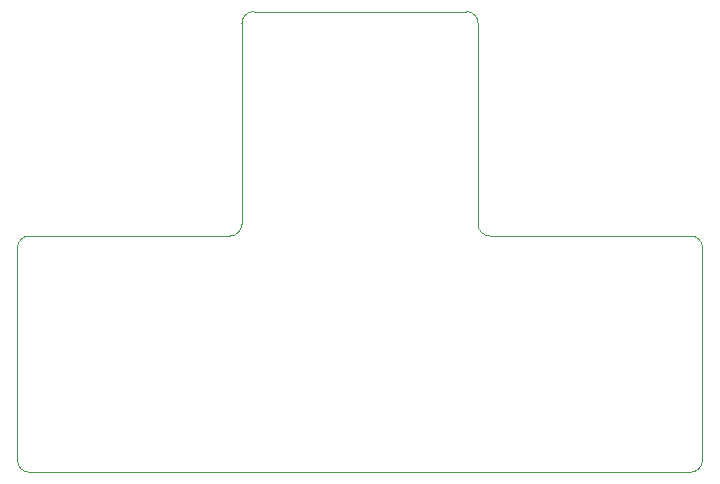
<source format=gm1>
G04 #@! TF.GenerationSoftware,KiCad,Pcbnew,(5.1.10)-1*
G04 #@! TF.CreationDate,2022-01-11T02:43:02-06:00*
G04 #@! TF.ProjectId,arrow,6172726f-772e-46b6-9963-61645f706362,rev?*
G04 #@! TF.SameCoordinates,Original*
G04 #@! TF.FileFunction,Profile,NP*
%FSLAX46Y46*%
G04 Gerber Fmt 4.6, Leading zero omitted, Abs format (unit mm)*
G04 Created by KiCad (PCBNEW (5.1.10)-1) date 2022-01-11 02:43:02*
%MOMM*%
%LPD*%
G01*
G04 APERTURE LIST*
G04 #@! TA.AperFunction,Profile*
%ADD10C,0.050000*%
G04 #@! TD*
G04 APERTURE END LIST*
D10*
X228500000Y-120500000D02*
G75*
G02*
X229500000Y-121500000I0J-1000000D01*
G01*
X209500000Y-121500000D02*
G75*
G02*
X210500000Y-120500000I1000000J0D01*
G01*
X191500000Y-159500000D02*
G75*
G02*
X190500000Y-158500000I0J1000000D01*
G01*
X190500000Y-140500000D02*
G75*
G02*
X191500000Y-139500000I1000000J0D01*
G01*
X209500000Y-138500000D02*
G75*
G02*
X208500000Y-139500000I-1000000J0D01*
G01*
X230500000Y-139500000D02*
G75*
G02*
X229500000Y-138500000I0J1000000D01*
G01*
X248500000Y-158500000D02*
G75*
G02*
X247500000Y-159500000I-1000000J0D01*
G01*
X247500000Y-139500000D02*
G75*
G02*
X248500000Y-140500000I0J-1000000D01*
G01*
X228500000Y-120500000D02*
X210500000Y-120500000D01*
X229500000Y-138500000D02*
X229500000Y-121500000D01*
X247500000Y-139500000D02*
X230500000Y-139500000D01*
X248500000Y-158500000D02*
X248500000Y-140500000D01*
X191500000Y-159500000D02*
X247500000Y-159500000D01*
X190500000Y-140500000D02*
X190500000Y-158500000D01*
X208500000Y-139500000D02*
X191500000Y-139500000D01*
X209500000Y-121500000D02*
X209500000Y-138500000D01*
M02*

</source>
